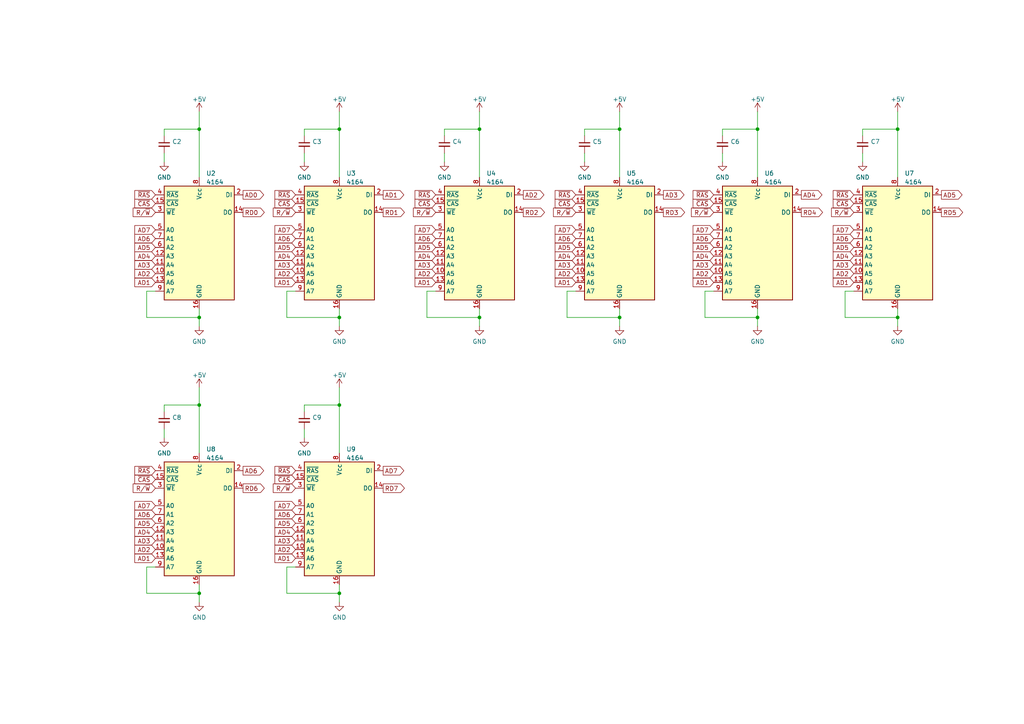
<source format=kicad_sch>
(kicad_sch (version 20211123) (generator eeschema)
  (paper "A4")
  (lib_symbols
    (symbol "Device:C_Small" (pin_numbers hide) (pin_names (offset 0.254) hide)
      (property "Reference" "C" (at 0.254 1.778 0))
      (property "Value" "C_Small" (at 0.254 -2.032 0))
      (symbol "C_Small_0_1"
        (polyline (pts (xy -1.524 -0.508) (xy 1.524 -0.508)) (stroke (width 0.3302)))
        (polyline (pts (xy -1.524 0.508) (xy 1.524 0.508)) (stroke (width 0.3048)))
      )
      (symbol "C_Small_1_1"
        (pin passive line (at 0 2.54 270) (length 2.032) (name "~") (number "1"))
        (pin passive line (at 0 -2.54 90) (length 2.032) (name "~") (number "2"))
      )
    )
    (symbol "Memory_RAM:4164"
      (property "Reference" "U" (at 8.89 17.78 0))
      (property "Value" "4164" (at 0 0 0))
      (symbol "4164_0_1"
        (rectangle (start -10.16 16.51) (end 10.16 -16.51) (stroke (width 0.254)) (fill (type background)))
      )
      (symbol "4164_1_1"
        (pin free line (at 12.7 -10.16 180) (length 2.54) hide (name "N/C") (number "1"))
        (pin input line (at -12.7 -8.89 0) (length 2.54) (name "A5") (number "10"))
        (pin input line (at -12.7 -6.35 0) (length 2.54) (name "A4") (number "11"))
        (pin input line (at -12.7 -3.81 0) (length 2.54) (name "A3") (number "12"))
        (pin input line (at -12.7 -11.43 0) (length 2.54) (name "A6") (number "13"))
        (pin output line (at 12.7 8.89 180) (length 2.54) (name "DO") (number "14"))
        (pin input line (at -12.7 11.43 0) (length 2.54) (name "~{CAS}") (number "15"))
        (pin power_in line (at 0 -19.05 90) (length 2.54) (name "GND") (number "16"))
        (pin input line (at 12.7 13.97 180) (length 2.54) (name "DI") (number "2"))
        (pin input line (at -12.7 8.89 0) (length 2.54) (name "~{WE}") (number "3"))
        (pin input line (at -12.7 13.97 0) (length 2.54) (name "~{RAS}") (number "4"))
        (pin input line (at -12.7 3.81 0) (length 2.54) (name "A0") (number "5"))
        (pin input line (at -12.7 -1.27 0) (length 2.54) (name "A2") (number "6"))
        (pin input line (at -12.7 1.27 0) (length 2.54) (name "A1") (number "7"))
        (pin power_in line (at 0 19.05 270) (length 2.54) (name "Vcc") (number "8"))
        (pin input line (at -12.7 -13.97 0) (length 2.54) (name "A7") (number "9"))
      )
    )
    (symbol "power:+5V" (power) (pin_names (offset 0))
      (property "Value" "+5V" (at 0 3.556 0))
      (symbol "+5V_0_1"
        (polyline (pts (xy -0.762 1.27) (xy 0 2.54)))
        (polyline (pts (xy 0 0) (xy 0 2.54)))
        (polyline (pts (xy 0 2.54) (xy 0.762 1.27)))
      )
      (symbol "+5V_1_1"
        (pin power_in line (at 0 0 90) (length 0) hide (name "+5V") (number "1"))
      )
    )
    (symbol "power:GND" (power) (pin_names (offset 0))
      (property "Value" "GND" (at 0 -3.81 0))
      (symbol "GND_0_1"
        (polyline (pts (xy 0 0) (xy 0 -1.27) (xy 1.27 -1.27) (xy 0 -2.54) (xy -1.27 -1.27) (xy 0 -1.27)))
      )
      (symbol "GND_1_1"
        (pin power_in line (at 0 0 270) (length 0) hide (name "GND") (number "1"))
      )
    )
  )
  (junction (at 57.785 117.475))
  (junction (at 219.71 92.075))
  (junction (at 179.705 92.075))
  (junction (at 139.065 92.075))
  (junction (at 98.425 37.465))
  (junction (at 98.425 172.085))
  (junction (at 57.785 172.085))
  (junction (at 98.425 92.075))
  (junction (at 260.35 92.075))
  (junction (at 98.425 117.475))
  (junction (at 139.065 37.465))
  (junction (at 57.785 37.465))
  (junction (at 219.71 37.465))
  (junction (at 260.35 37.465))
  (junction (at 57.785 92.075))
  (junction (at 179.705 37.465))
  (wire (pts (xy 88.265 117.475) (xy 98.425 117.475)))
  (wire (pts (xy 250.19 46.99) (xy 250.19 44.45)))
  (wire (pts (xy 98.425 32.385) (xy 98.425 37.465)))
  (wire (pts (xy 42.545 92.075) (xy 57.785 92.075)))
  (wire (pts (xy 128.905 39.37) (xy 128.905 37.465)))
  (wire (pts (xy 139.065 37.465) (xy 139.065 51.435)))
  (wire (pts (xy 139.065 32.385) (xy 139.065 37.465)))
  (wire (pts (xy 204.47 92.075) (xy 219.71 92.075)))
  (wire (pts (xy 245.11 84.455) (xy 245.11 92.075)))
  (wire (pts (xy 83.185 84.455) (xy 83.185 92.075)))
  (wire (pts (xy 57.785 94.615) (xy 57.785 92.075)))
  (wire (pts (xy 209.55 39.37) (xy 209.55 37.465)))
  (wire (pts (xy 57.785 172.085) (xy 57.785 169.545)))
  (wire (pts (xy 83.185 164.465) (xy 85.725 164.465)))
  (wire (pts (xy 179.705 32.385) (xy 179.705 37.465)))
  (wire (pts (xy 128.905 37.465) (xy 139.065 37.465)))
  (wire (pts (xy 88.265 39.37) (xy 88.265 37.465)))
  (wire (pts (xy 98.425 117.475) (xy 98.425 131.445)))
  (wire (pts (xy 139.065 92.075) (xy 139.065 89.535)))
  (wire (pts (xy 98.425 92.075) (xy 98.425 89.535)))
  (wire (pts (xy 47.625 117.475) (xy 57.785 117.475)))
  (wire (pts (xy 179.705 94.615) (xy 179.705 92.075)))
  (wire (pts (xy 128.905 46.99) (xy 128.905 44.45)))
  (wire (pts (xy 42.545 164.465) (xy 45.085 164.465)))
  (wire (pts (xy 123.825 84.455) (xy 123.825 92.075)))
  (wire (pts (xy 98.425 174.625) (xy 98.425 172.085)))
  (wire (pts (xy 88.265 46.99) (xy 88.265 44.45)))
  (wire (pts (xy 204.47 84.455) (xy 204.47 92.075)))
  (wire (pts (xy 57.785 37.465) (xy 57.785 51.435)))
  (wire (pts (xy 42.545 84.455) (xy 45.085 84.455)))
  (wire (pts (xy 83.185 164.465) (xy 83.185 172.085)))
  (wire (pts (xy 57.785 112.395) (xy 57.785 117.475)))
  (wire (pts (xy 57.785 92.075) (xy 57.785 89.535)))
  (wire (pts (xy 260.35 94.615) (xy 260.35 92.075)))
  (wire (pts (xy 204.47 84.455) (xy 207.01 84.455)))
  (wire (pts (xy 169.545 37.465) (xy 179.705 37.465)))
  (wire (pts (xy 164.465 84.455) (xy 164.465 92.075)))
  (wire (pts (xy 47.625 39.37) (xy 47.625 37.465)))
  (wire (pts (xy 250.19 37.465) (xy 260.35 37.465)))
  (wire (pts (xy 139.065 94.615) (xy 139.065 92.075)))
  (wire (pts (xy 42.545 164.465) (xy 42.545 172.085)))
  (wire (pts (xy 98.425 37.465) (xy 98.425 51.435)))
  (wire (pts (xy 57.785 32.385) (xy 57.785 37.465)))
  (wire (pts (xy 98.425 94.615) (xy 98.425 92.075)))
  (wire (pts (xy 88.265 119.38) (xy 88.265 117.475)))
  (wire (pts (xy 179.705 37.465) (xy 179.705 51.435)))
  (wire (pts (xy 179.705 92.075) (xy 179.705 89.535)))
  (wire (pts (xy 169.545 39.37) (xy 169.545 37.465)))
  (wire (pts (xy 250.19 39.37) (xy 250.19 37.465)))
  (wire (pts (xy 164.465 84.455) (xy 167.005 84.455)))
  (wire (pts (xy 123.825 84.455) (xy 126.365 84.455)))
  (wire (pts (xy 88.265 127) (xy 88.265 124.46)))
  (wire (pts (xy 219.71 94.615) (xy 219.71 92.075)))
  (wire (pts (xy 47.625 127) (xy 47.625 124.46)))
  (wire (pts (xy 57.785 174.625) (xy 57.785 172.085)))
  (wire (pts (xy 83.185 84.455) (xy 85.725 84.455)))
  (wire (pts (xy 245.11 92.075) (xy 260.35 92.075)))
  (wire (pts (xy 83.185 92.075) (xy 98.425 92.075)))
  (wire (pts (xy 123.825 92.075) (xy 139.065 92.075)))
  (wire (pts (xy 88.265 37.465) (xy 98.425 37.465)))
  (wire (pts (xy 164.465 92.075) (xy 179.705 92.075)))
  (wire (pts (xy 83.185 172.085) (xy 98.425 172.085)))
  (wire (pts (xy 219.71 37.465) (xy 219.71 51.435)))
  (wire (pts (xy 47.625 119.38) (xy 47.625 117.475)))
  (wire (pts (xy 47.625 46.99) (xy 47.625 44.45)))
  (wire (pts (xy 260.35 37.465) (xy 260.35 51.435)))
  (wire (pts (xy 209.55 46.99) (xy 209.55 44.45)))
  (wire (pts (xy 169.545 46.99) (xy 169.545 44.45)))
  (wire (pts (xy 260.35 32.385) (xy 260.35 37.465)))
  (wire (pts (xy 245.11 84.455) (xy 247.65 84.455)))
  (wire (pts (xy 42.545 84.455) (xy 42.545 92.075)))
  (wire (pts (xy 98.425 112.395) (xy 98.425 117.475)))
  (wire (pts (xy 209.55 37.465) (xy 219.71 37.465)))
  (wire (pts (xy 260.35 92.075) (xy 260.35 89.535)))
  (wire (pts (xy 57.785 117.475) (xy 57.785 131.445)))
  (wire (pts (xy 219.71 92.075) (xy 219.71 89.535)))
  (wire (pts (xy 47.625 37.465) (xy 57.785 37.465)))
  (wire (pts (xy 98.425 172.085) (xy 98.425 169.545)))
  (wire (pts (xy 219.71 32.385) (xy 219.71 37.465)))
  (wire (pts (xy 42.545 172.085) (xy 57.785 172.085)))
  (global_label "R{slash}~{W}" (shape input) (at 207.01 61.595 180) (property "Intersheet References" "${INTERSHEET_REFS}" (effects hide)))
  (global_label "AD1" (shape input) (at 207.01 81.915 180) (property "Intersheet References" "${INTERSHEET_REFS}" (effects hide)))
  (global_label "AD4" (shape input) (at 167.005 74.295 180) (property "Intersheet References" "${INTERSHEET_REFS}" (effects hide)))
  (global_label "AD7" (shape input) (at 167.005 66.675 180) (property "Intersheet References" "${INTERSHEET_REFS}" (effects hide)))
  (global_label "AD1" (shape input) (at 167.005 81.915 180) (property "Intersheet References" "${INTERSHEET_REFS}" (effects hide)))
  (global_label "AD2" (shape input) (at 167.005 79.375 180) (property "Intersheet References" "${INTERSHEET_REFS}" (effects hide)))
  (global_label "AD2" (shape input) (at 85.725 159.385 180) (property "Intersheet References" "${INTERSHEET_REFS}" (effects hide)))
  (global_label "AD7" (shape input) (at 45.085 66.675 180) (property "Intersheet References" "${INTERSHEET_REFS}" (effects hide)))
  (global_label "R{slash}~{W}" (shape input) (at 247.65 61.595 180) (property "Intersheet References" "${INTERSHEET_REFS}" (effects hide)))
  (global_label "AD7" (shape input) (at 45.085 146.685 180) (property "Intersheet References" "${INTERSHEET_REFS}" (effects hide)))
  (global_label "AD5" (shape input) (at 207.01 71.755 180) (property "Intersheet References" "${INTERSHEET_REFS}" (effects hide)))
  (global_label "AD2" (shape input) (at 45.085 79.375 180) (property "Intersheet References" "${INTERSHEET_REFS}" (effects hide)))
  (global_label "AD7" (shape input) (at 207.01 66.675 180) (property "Intersheet References" "${INTERSHEET_REFS}" (effects hide)))
  (global_label "AD4" (shape input) (at 207.01 74.295 180) (property "Intersheet References" "${INTERSHEET_REFS}" (effects hide)))
  (global_label "AD4" (shape output) (at 232.41 56.515 0) (property "Intersheet References" "${INTERSHEET_REFS}" (effects hide)))
  (global_label "~{RAS}" (shape input) (at 247.65 56.515 180) (property "Intersheet References" "${INTERSHEET_REFS}" (effects hide)))
  (global_label "AD7" (shape input) (at 126.365 66.675 180) (property "Intersheet References" "${INTERSHEET_REFS}" (effects hide)))
  (global_label "AD6" (shape input) (at 45.085 69.215 180) (property "Intersheet References" "${INTERSHEET_REFS}" (effects hide)))
  (global_label "~{RAS}" (shape input) (at 45.085 56.515 180) (property "Intersheet References" "${INTERSHEET_REFS}" (effects hide)))
  (global_label "AD4" (shape input) (at 45.085 154.305 180) (property "Intersheet References" "${INTERSHEET_REFS}" (effects hide)))
  (global_label "AD6" (shape input) (at 126.365 69.215 180) (property "Intersheet References" "${INTERSHEET_REFS}" (effects hide)))
  (global_label "RD1" (shape output) (at 111.125 61.595 0) (property "Intersheet References" "${INTERSHEET_REFS}" (effects hide)))
  (global_label "R{slash}~{W}" (shape input) (at 45.085 141.605 180) (property "Intersheet References" "${INTERSHEET_REFS}" (effects hide)))
  (global_label "~{RAS}" (shape input) (at 167.005 56.515 180) (property "Intersheet References" "${INTERSHEET_REFS}" (effects hide)))
  (global_label "AD0" (shape output) (at 70.485 56.515 0) (property "Intersheet References" "${INTERSHEET_REFS}" (effects hide)))
  (global_label "~{CAS}" (shape input) (at 45.085 139.065 180) (property "Intersheet References" "${INTERSHEET_REFS}" (effects hide)))
  (global_label "AD7" (shape input) (at 85.725 146.685 180) (property "Intersheet References" "${INTERSHEET_REFS}" (effects hide)))
  (global_label "RD3" (shape output) (at 192.405 61.595 0) (property "Intersheet References" "${INTERSHEET_REFS}" (effects hide)))
  (global_label "AD3" (shape input) (at 45.085 76.835 180) (property "Intersheet References" "${INTERSHEET_REFS}" (effects hide)))
  (global_label "AD5" (shape input) (at 85.725 151.765 180) (property "Intersheet References" "${INTERSHEET_REFS}" (effects hide)))
  (global_label "AD4" (shape input) (at 126.365 74.295 180) (property "Intersheet References" "${INTERSHEET_REFS}" (effects hide)))
  (global_label "AD1" (shape input) (at 126.365 81.915 180) (property "Intersheet References" "${INTERSHEET_REFS}" (effects hide)))
  (global_label "AD4" (shape input) (at 85.725 74.295 180) (property "Intersheet References" "${INTERSHEET_REFS}" (effects hide)))
  (global_label "~{RAS}" (shape input) (at 85.725 56.515 180) (property "Intersheet References" "${INTERSHEET_REFS}" (effects hide)))
  (global_label "AD4" (shape input) (at 45.085 74.295 180) (property "Intersheet References" "${INTERSHEET_REFS}" (effects hide)))
  (global_label "AD5" (shape output) (at 273.05 56.515 0) (property "Intersheet References" "${INTERSHEET_REFS}" (effects hide)))
  (global_label "~{RAS}" (shape input) (at 207.01 56.515 180) (property "Intersheet References" "${INTERSHEET_REFS}" (effects hide)))
  (global_label "~{CAS}" (shape input) (at 126.365 59.055 180) (property "Intersheet References" "${INTERSHEET_REFS}" (effects hide)))
  (global_label "AD6" (shape input) (at 247.65 69.215 180) (property "Intersheet References" "${INTERSHEET_REFS}" (effects hide)))
  (global_label "AD2" (shape input) (at 207.01 79.375 180) (property "Intersheet References" "${INTERSHEET_REFS}" (effects hide)))
  (global_label "AD2" (shape output) (at 151.765 56.515 0) (property "Intersheet References" "${INTERSHEET_REFS}" (effects hide)))
  (global_label "AD6" (shape input) (at 45.085 149.225 180) (property "Intersheet References" "${INTERSHEET_REFS}" (effects hide)))
  (global_label "RD5" (shape output) (at 273.05 61.595 0) (property "Intersheet References" "${INTERSHEET_REFS}" (effects hide)))
  (global_label "~{CAS}" (shape input) (at 247.65 59.055 180) (property "Intersheet References" "${INTERSHEET_REFS}" (effects hide)))
  (global_label "AD4" (shape input) (at 85.725 154.305 180) (property "Intersheet References" "${INTERSHEET_REFS}" (effects hide)))
  (global_label "RD6" (shape output) (at 70.485 141.605 0) (property "Intersheet References" "${INTERSHEET_REFS}" (effects hide)))
  (global_label "~{RAS}" (shape input) (at 45.085 136.525 180) (property "Intersheet References" "${INTERSHEET_REFS}" (effects hide)))
  (global_label "RD4" (shape output) (at 232.41 61.595 0) (property "Intersheet References" "${INTERSHEET_REFS}" (effects hide)))
  (global_label "AD2" (shape input) (at 247.65 79.375 180) (property "Intersheet References" "${INTERSHEET_REFS}" (effects hide)))
  (global_label "AD1" (shape input) (at 247.65 81.915 180) (property "Intersheet References" "${INTERSHEET_REFS}" (effects hide)))
  (global_label "RD2" (shape output) (at 151.765 61.595 0) (property "Intersheet References" "${INTERSHEET_REFS}" (effects hide)))
  (global_label "AD3" (shape input) (at 167.005 76.835 180) (property "Intersheet References" "${INTERSHEET_REFS}" (effects hide)))
  (global_label "AD1" (shape input) (at 45.085 81.915 180) (property "Intersheet References" "${INTERSHEET_REFS}" (effects hide)))
  (global_label "AD6" (shape input) (at 85.725 149.225 180) (property "Intersheet References" "${INTERSHEET_REFS}" (effects hide)))
  (global_label "R{slash}~{W}" (shape input) (at 85.725 61.595 180) (property "Intersheet References" "${INTERSHEET_REFS}" (effects hide)))
  (global_label "AD1" (shape input) (at 85.725 81.915 180) (property "Intersheet References" "${INTERSHEET_REFS}" (effects hide)))
  (global_label "AD3" (shape input) (at 126.365 76.835 180) (property "Intersheet References" "${INTERSHEET_REFS}" (effects hide)))
  (global_label "AD3" (shape output) (at 192.405 56.515 0) (property "Intersheet References" "${INTERSHEET_REFS}" (effects hide)))
  (global_label "AD5" (shape input) (at 247.65 71.755 180) (property "Intersheet References" "${INTERSHEET_REFS}" (effects hide)))
  (global_label "R{slash}~{W}" (shape input) (at 167.005 61.595 180) (property "Intersheet References" "${INTERSHEET_REFS}" (effects hide)))
  (global_label "AD5" (shape input) (at 85.725 71.755 180) (property "Intersheet References" "${INTERSHEET_REFS}" (effects hide)))
  (global_label "AD7" (shape input) (at 247.65 66.675 180) (property "Intersheet References" "${INTERSHEET_REFS}" (effects hide)))
  (global_label "AD5" (shape input) (at 167.005 71.755 180) (property "Intersheet References" "${INTERSHEET_REFS}" (effects hide)))
  (global_label "AD3" (shape input) (at 207.01 76.835 180) (property "Intersheet References" "${INTERSHEET_REFS}" (effects hide)))
  (global_label "~{CAS}" (shape input) (at 85.725 59.055 180) (property "Intersheet References" "${INTERSHEET_REFS}" (effects hide)))
  (global_label "R{slash}~{W}" (shape input) (at 85.725 141.605 180) (property "Intersheet References" "${INTERSHEET_REFS}" (effects hide)))
  (global_label "~{RAS}" (shape input) (at 126.365 56.515 180) (property "Intersheet References" "${INTERSHEET_REFS}" (effects hide)))
  (global_label "~{CAS}" (shape input) (at 85.725 139.065 180) (property "Intersheet References" "${INTERSHEET_REFS}" (effects hide)))
  (global_label "R{slash}~{W}" (shape input) (at 126.365 61.595 180) (property "Intersheet References" "${INTERSHEET_REFS}" (effects hide)))
  (global_label "RD0" (shape output) (at 70.485 61.595 0) (property "Intersheet References" "${INTERSHEET_REFS}" (effects hide)))
  (global_label "RD7" (shape output) (at 111.125 141.605 0) (property "Intersheet References" "${INTERSHEET_REFS}" (effects hide)))
  (global_label "AD3" (shape input) (at 45.085 156.845 180) (property "Intersheet References" "${INTERSHEET_REFS}" (effects hide)))
  (global_label "AD6" (shape output) (at 70.485 136.525 0) (property "Intersheet References" "${INTERSHEET_REFS}" (effects hide)))
  (global_label "~{RAS}" (shape input) (at 85.725 136.525 180) (property "Intersheet References" "${INTERSHEET_REFS}" (effects hide)))
  (global_label "AD3" (shape input) (at 247.65 76.835 180) (property "Intersheet References" "${INTERSHEET_REFS}" (effects hide)))
  (global_label "AD1" (shape input) (at 85.725 161.925 180) (property "Intersheet References" "${INTERSHEET_REFS}" (effects hide)))
  (global_label "~{CAS}" (shape input) (at 167.005 59.055 180) (property "Intersheet References" "${INTERSHEET_REFS}" (effects hide)))
  (global_label "AD3" (shape input) (at 85.725 76.835 180) (property "Intersheet References" "${INTERSHEET_REFS}" (effects hide)))
  (global_label "AD5" (shape input) (at 45.085 151.765 180) (property "Intersheet References" "${INTERSHEET_REFS}" (effects hide)))
  (global_label "AD2" (shape input) (at 126.365 79.375 180) (property "Intersheet References" "${INTERSHEET_REFS}" (effects hide)))
  (global_label "AD7" (shape input) (at 85.725 66.675 180) (property "Intersheet References" "${INTERSHEET_REFS}" (effects hide)))
  (global_label "AD5" (shape input) (at 126.365 71.755 180) (property "Intersheet References" "${INTERSHEET_REFS}" (effects hide)))
  (global_label "AD2" (shape input) (at 85.725 79.375 180) (property "Intersheet References" "${INTERSHEET_REFS}" (effects hide)))
  (global_label "AD4" (shape input) (at 247.65 74.295 180) (property "Intersheet References" "${INTERSHEET_REFS}" (effects hide)))
  (global_label "R{slash}~{W}" (shape input) (at 45.085 61.595 180) (property "Intersheet References" "${INTERSHEET_REFS}" (effects hide)))
  (global_label "~{CAS}" (shape input) (at 207.01 59.055 180) (property "Intersheet References" "${INTERSHEET_REFS}" (effects hide)))
  (global_label "AD2" (shape input) (at 45.085 159.385 180) (property "Intersheet References" "${INTERSHEET_REFS}" (effects hide)))
  (global_label "AD6" (shape input) (at 85.725 69.215 180) (property "Intersheet References" "${INTERSHEET_REFS}" (effects hide)))
  (global_label "AD1" (shape input) (at 45.085 161.925 180) (property "Intersheet References" "${INTERSHEET_REFS}" (effects hide)))
  (global_label "AD7" (shape output) (at 111.125 136.525 0) (property "Intersheet References" "${INTERSHEET_REFS}" (effects hide)))
  (global_label "~{CAS}" (shape input) (at 45.085 59.055 180) (property "Intersheet References" "${INTERSHEET_REFS}" (effects hide)))
  (global_label "AD6" (shape input) (at 207.01 69.215 180) (property "Intersheet References" "${INTERSHEET_REFS}" (effects hide)))
  (global_label "AD3" (shape input) (at 85.725 156.845 180) (property "Intersheet References" "${INTERSHEET_REFS}" (effects hide)))
  (global_label "AD1" (shape output) (at 111.125 56.515 0) (property "Intersheet References" "${INTERSHEET_REFS}" (effects hide)))
  (global_label "AD5" (shape input) (at 45.085 71.755 180) (property "Intersheet References" "${INTERSHEET_REFS}" (effects hide)))
  (global_label "AD6" (shape input) (at 167.005 69.215 180) (property "Intersheet References" "${INTERSHEET_REFS}" (effects hide)))
  (symbol (lib_id "power:GND") (at 209.55 46.99 0) (unit 1)
    (property "Reference" "#PWR0120" (effects hide))
    (property "Value" "GND" (at 209.55 51.4334 0))
  )
  (symbol (lib_id "power:GND") (at 47.625 127 0) (unit 1)
    (property "Reference" "#PWR0129" (effects hide))
    (property "Value" "GND" (at 47.625 131.4434 0))
  )
  (symbol (lib_id "power:GND") (at 88.265 46.99 0) (unit 1)
    (property "Reference" "#PWR0115" (effects hide))
    (property "Value" "GND" (at 88.265 51.4334 0))
  )
  (symbol (lib_id "Device:C_Small") (at 169.545 41.91 0) (unit 1)
    (property "Reference" "C5" (at 171.8691 41.0816 0) (effects (justify left)))
  )
  (symbol (lib_id "power:GND") (at 98.425 94.615 0) (unit 1)
    (property "Reference" "#PWR0113" (effects hide))
    (property "Value" "GND" (at 98.425 99.0584 0))
  )
  (symbol (lib_id "Device:C_Small") (at 47.625 41.91 0) (unit 1)
    (property "Reference" "C2" (at 49.9491 41.0816 0) (effects (justify left)))
  )
  (symbol (lib_id "power:GND") (at 57.785 94.615 0) (unit 1)
    (property "Reference" "#PWR0107" (effects hide))
    (property "Value" "GND" (at 57.785 99.0584 0))
  )
  (symbol (lib_id "Memory_RAM:4164") (at 219.71 70.485 0) (unit 1)
    (property "Reference" "U6" (at 221.7294 50.2752 0) (effects (justify left)))
    (property "Value" "4164" (at 221.7294 52.8121 0) (effects (justify left)))
  )
  (symbol (lib_id "Memory_RAM:4164") (at 98.425 70.485 0) (unit 1)
    (property "Reference" "U3" (at 100.4444 50.2752 0) (effects (justify left)))
    (property "Value" "4164" (at 100.4444 52.8121 0) (effects (justify left)))
  )
  (symbol (lib_id "Memory_RAM:4164") (at 260.35 70.485 0) (unit 1)
    (property "Reference" "U7" (at 262.3694 50.2752 0) (effects (justify left)))
    (property "Value" "4164" (at 262.3694 52.8121 0) (effects (justify left)))
  )
  (symbol (lib_id "Device:C_Small") (at 128.905 41.91 0) (unit 1)
    (property "Reference" "C4" (at 131.2291 41.0816 0) (effects (justify left)))
  )
  (symbol (lib_id "power:GND") (at 47.625 46.99 0) (unit 1)
    (property "Reference" "#PWR0106" (effects hide))
    (property "Value" "GND" (at 47.625 51.4334 0))
  )
  (symbol (lib_id "power:+5V") (at 57.785 32.385 0) (unit 1)
    (property "Reference" "#PWR0116" (effects hide))
    (property "Value" "+5V" (at 57.785 28.8092 0))
  )
  (symbol (lib_id "power:GND") (at 260.35 94.615 0) (unit 1)
    (property "Reference" "#PWR0122" (effects hide))
    (property "Value" "GND" (at 260.35 99.0584 0))
  )
  (symbol (lib_id "Device:C_Small") (at 88.265 41.91 0) (unit 1)
    (property "Reference" "C3" (at 90.5891 41.0816 0) (effects (justify left)))
  )
  (symbol (lib_id "Device:C_Small") (at 250.19 41.91 0) (unit 1)
    (property "Reference" "C7" (at 252.5141 41.0816 0) (effects (justify left)))
  )
  (symbol (lib_id "power:GND") (at 128.905 46.99 0) (unit 1)
    (property "Reference" "#PWR0111" (effects hide))
    (property "Value" "GND" (at 128.905 51.4334 0))
  )
  (symbol (lib_id "Device:C_Small") (at 47.625 121.92 0) (unit 1)
    (property "Reference" "C8" (at 49.9491 121.0916 0) (effects (justify left)))
  )
  (symbol (lib_id "Device:C_Small") (at 209.55 41.91 0) (unit 1)
    (property "Reference" "C6" (at 211.8741 41.0816 0) (effects (justify left)))
  )
  (symbol (lib_id "power:+5V") (at 57.785 112.395 0) (unit 1)
    (property "Reference" "#PWR0108" (effects hide))
    (property "Value" "+5V" (at 57.785 108.8192 0))
  )
  (symbol (lib_id "power:+5V") (at 139.065 32.385 0) (unit 1)
    (property "Reference" "#PWR0109" (effects hide))
    (property "Value" "+5V" (at 139.065 28.8092 0))
  )
  (symbol (lib_id "power:GND") (at 250.19 46.99 0) (unit 1)
    (property "Reference" "#PWR0124" (effects hide))
    (property "Value" "GND" (at 250.19 51.4334 0))
  )
  (symbol (lib_id "power:GND") (at 179.705 94.615 0) (unit 1)
    (property "Reference" "#PWR0117" (effects hide))
    (property "Value" "GND" (at 179.705 99.0584 0))
  )
  (symbol (lib_id "Memory_RAM:4164") (at 57.785 150.495 0) (unit 1)
    (property "Reference" "U8" (at 59.8044 130.2852 0) (effects (justify left)))
    (property "Value" "4164" (at 59.8044 132.8221 0) (effects (justify left)))
  )
  (symbol (lib_id "Memory_RAM:4164") (at 98.425 150.495 0) (unit 1)
    (property "Reference" "U9" (at 100.4444 130.2852 0) (effects (justify left)))
    (property "Value" "4164" (at 100.4444 132.8221 0) (effects (justify left)))
  )
  (symbol (lib_id "power:+5V") (at 98.425 32.385 0) (unit 1)
    (property "Reference" "#PWR0114" (effects hide))
    (property "Value" "+5V" (at 98.425 28.8092 0))
  )
  (symbol (lib_id "power:GND") (at 57.785 174.625 0) (unit 1)
    (property "Reference" "#PWR0127" (effects hide))
    (property "Value" "GND" (at 57.785 179.0684 0))
  )
  (symbol (lib_id "Memory_RAM:4164") (at 139.065 70.485 0) (unit 1)
    (property "Reference" "U4" (at 141.0844 50.2752 0) (effects (justify left)))
    (property "Value" "4164" (at 141.0844 52.8121 0) (effects (justify left)))
  )
  (symbol (lib_id "power:GND") (at 219.71 94.615 0) (unit 1)
    (property "Reference" "#PWR0119" (effects hide))
    (property "Value" "GND" (at 219.71 99.0584 0))
  )
  (symbol (lib_id "power:GND") (at 169.545 46.99 0) (unit 1)
    (property "Reference" "#PWR0112" (effects hide))
    (property "Value" "GND" (at 169.545 51.4334 0))
  )
  (symbol (lib_id "power:+5V") (at 260.35 32.385 0) (unit 1)
    (property "Reference" "#PWR0123" (effects hide))
    (property "Value" "+5V" (at 260.35 28.8092 0))
  )
  (symbol (lib_id "power:+5V") (at 219.71 32.385 0) (unit 1)
    (property "Reference" "#PWR0118" (effects hide))
    (property "Value" "+5V" (at 219.71 28.8092 0))
  )
  (symbol (lib_id "power:GND") (at 98.425 174.625 0) (unit 1)
    (property "Reference" "#PWR0128" (effects hide))
    (property "Value" "GND" (at 98.425 179.0684 0))
  )
  (symbol (lib_id "power:+5V") (at 179.705 32.385 0) (unit 1)
    (property "Reference" "#PWR0110" (effects hide))
    (property "Value" "+5V" (at 179.705 28.8092 0))
  )
  (symbol (lib_id "Memory_RAM:4164") (at 179.705 70.485 0) (unit 1)
    (property "Reference" "U5" (at 181.7244 50.2752 0) (effects (justify left)))
    (property "Value" "4164" (at 181.7244 52.8121 0) (effects (justify left)))
  )
  (symbol (lib_id "Device:C_Small") (at 88.265 121.92 0) (unit 1)
    (property "Reference" "C9" (at 90.5891 121.0916 0) (effects (justify left)))
  )
  (symbol (lib_id "Memory_RAM:4164") (at 57.785 70.485 0) (unit 1)
    (property "Reference" "U2" (at 59.8044 50.2752 0) (effects (justify left)))
    (property "Value" "4164" (at 59.8044 52.8121 0) (effects (justify left)))
  )
  (symbol (lib_id "power:GND") (at 88.265 127 0) (unit 1)
    (property "Reference" "#PWR0125" (effects hide))
    (property "Value" "GND" (at 88.265 131.4434 0))
  )
  (symbol (lib_id "power:+5V") (at 98.425 112.395 0) (unit 1)
    (property "Reference" "#PWR0126" (effects hide))
    (property "Value" "+5V" (at 98.425 108.8192 0))
  )
  (symbol (lib_id "power:GND") (at 139.065 94.615 0) (unit 1)
    (property "Reference" "#PWR0121" (effects hide))
    (property "Value" "GND" (at 139.065 99.0584 0))
  )
)
</source>
